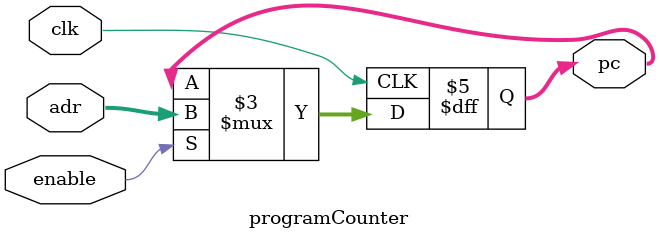
<source format=v>
module programCounter (
    enable,adr,clk,pc
);
parameter width = 32;
input enable,clk;
input [width -1:0] adr;
output reg [width -1:0]pc;

always @(posedge clk) begin
    if(enable)
      pc <= adr;
    else
      pc <= pc;
    
    end

    
endmodule

</source>
